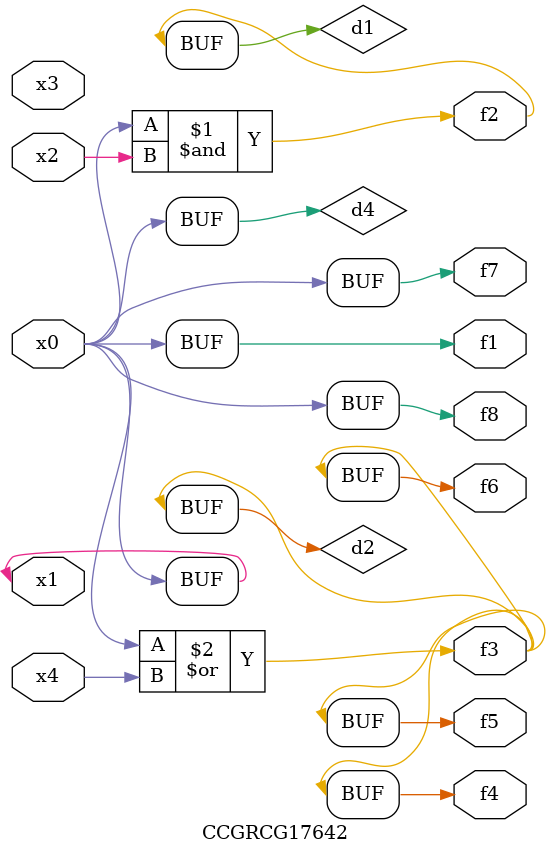
<source format=v>
module CCGRCG17642(
	input x0, x1, x2, x3, x4,
	output f1, f2, f3, f4, f5, f6, f7, f8
);

	wire d1, d2, d3, d4;

	and (d1, x0, x2);
	or (d2, x0, x4);
	nand (d3, x0, x2);
	buf (d4, x0, x1);
	assign f1 = d4;
	assign f2 = d1;
	assign f3 = d2;
	assign f4 = d2;
	assign f5 = d2;
	assign f6 = d2;
	assign f7 = d4;
	assign f8 = d4;
endmodule

</source>
